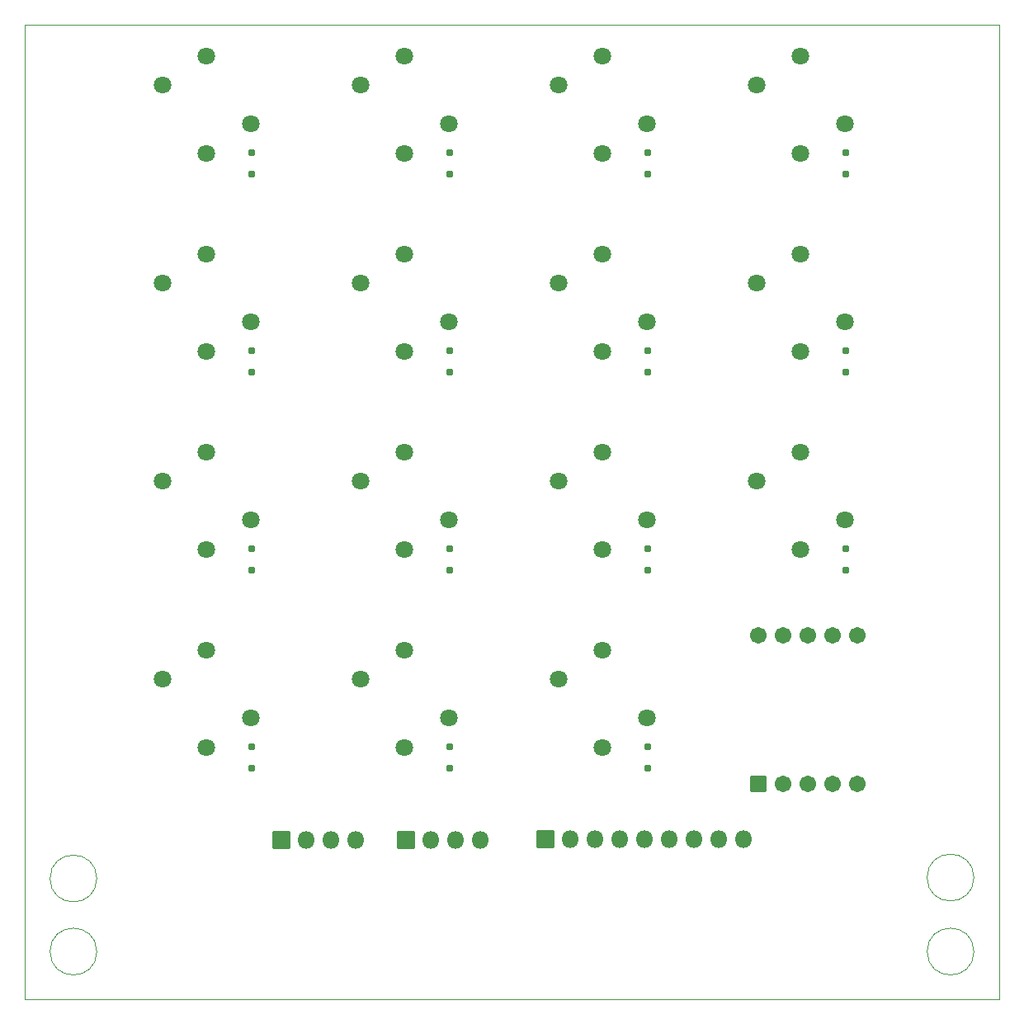
<source format=gbs>
G04 #@! TF.GenerationSoftware,KiCad,Pcbnew,(6.0.0)*
G04 #@! TF.CreationDate,2022-03-01T21:04:48+01:00*
G04 #@! TF.ProjectId,Keyboard_v2,4b657962-6f61-4726-945f-76322e6b6963,rev?*
G04 #@! TF.SameCoordinates,Original*
G04 #@! TF.FileFunction,Soldermask,Bot*
G04 #@! TF.FilePolarity,Negative*
%FSLAX46Y46*%
G04 Gerber Fmt 4.6, Leading zero omitted, Abs format (unit mm)*
G04 Created by KiCad (PCBNEW (6.0.0)) date 2022-03-01 21:04:48*
%MOMM*%
%LPD*%
G01*
G04 APERTURE LIST*
G04 Aperture macros list*
%AMRoundRect*
0 Rectangle with rounded corners*
0 $1 Rounding radius*
0 $2 $3 $4 $5 $6 $7 $8 $9 X,Y pos of 4 corners*
0 Add a 4 corners polygon primitive as box body*
4,1,4,$2,$3,$4,$5,$6,$7,$8,$9,$2,$3,0*
0 Add four circle primitives for the rounded corners*
1,1,$1+$1,$2,$3*
1,1,$1+$1,$4,$5*
1,1,$1+$1,$6,$7*
1,1,$1+$1,$8,$9*
0 Add four rect primitives between the rounded corners*
20,1,$1+$1,$2,$3,$4,$5,0*
20,1,$1+$1,$4,$5,$6,$7,0*
20,1,$1+$1,$6,$7,$8,$9,0*
20,1,$1+$1,$8,$9,$2,$3,0*%
G04 Aperture macros list end*
G04 #@! TA.AperFunction,Profile*
%ADD10C,0.050000*%
G04 #@! TD*
%ADD11C,1.802000*%
%ADD12RoundRect,0.051000X-0.800000X-0.800000X0.800000X-0.800000X0.800000X0.800000X-0.800000X0.800000X0*%
%ADD13C,1.702000*%
%ADD14RoundRect,0.051000X0.250000X-0.250000X0.250000X0.250000X-0.250000X0.250000X-0.250000X-0.250000X0*%
%ADD15RoundRect,0.051000X-0.850000X0.850000X-0.850000X-0.850000X0.850000X-0.850000X0.850000X0.850000X0*%
%ADD16O,1.802000X1.802000*%
G04 APERTURE END LIST*
D10*
X184745000Y-143405000D02*
X84745000Y-143405000D01*
X92150000Y-138500000D02*
G75*
G03*
X92150000Y-138500000I-2400000J0D01*
G01*
X182150000Y-138500000D02*
G75*
G03*
X182150000Y-138500000I-2400000J0D01*
G01*
X182145000Y-130905000D02*
G75*
G03*
X182145000Y-130905000I-2400000J0D01*
G01*
X84745000Y-43405000D02*
X184745000Y-43405000D01*
X84745000Y-143405000D02*
X84745000Y-43405000D01*
X184745000Y-43405000D02*
X184745000Y-143405000D01*
X92150000Y-131000000D02*
G75*
G03*
X92150000Y-131000000I-2400000J0D01*
G01*
X184745000Y-143405000D02*
X84745000Y-143405000D01*
X92150000Y-138500000D02*
G75*
G03*
X92150000Y-138500000I-2400000J0D01*
G01*
X182150000Y-138500000D02*
G75*
G03*
X182150000Y-138500000I-2400000J0D01*
G01*
X182145000Y-130905000D02*
G75*
G03*
X182145000Y-130905000I-2400000J0D01*
G01*
X84745000Y-43405000D02*
X184745000Y-43405000D01*
X84745000Y-143405000D02*
X84745000Y-43405000D01*
X184745000Y-43405000D02*
X184745000Y-143405000D01*
X92150000Y-131000000D02*
G75*
G03*
X92150000Y-131000000I-2400000J0D01*
G01*
D11*
X103418000Y-66922000D03*
X103418000Y-76922000D03*
X98918000Y-69922000D03*
X107918000Y-73922000D03*
X123738000Y-66922000D03*
X123738000Y-76922000D03*
X119238000Y-69922000D03*
X128238000Y-73922000D03*
X144058000Y-76922000D03*
X144058000Y-66922000D03*
X139558000Y-69922000D03*
X148558000Y-73922000D03*
X164378000Y-66922000D03*
X164378000Y-76922000D03*
X159878000Y-69922000D03*
X168878000Y-73922000D03*
X144058000Y-56602000D03*
X144058000Y-46602000D03*
X139558000Y-49602000D03*
X148558000Y-53602000D03*
X164378000Y-46602000D03*
X164378000Y-56602000D03*
X159878000Y-49602000D03*
X168878000Y-53602000D03*
X103418000Y-107562000D03*
X103418000Y-117562000D03*
X98918000Y-110562000D03*
X107918000Y-114562000D03*
X123738000Y-56602000D03*
X123738000Y-46602000D03*
X119238000Y-49602000D03*
X128238000Y-53602000D03*
X164378000Y-97242000D03*
X164378000Y-87242000D03*
X159878000Y-90242000D03*
X168878000Y-94242000D03*
X144058000Y-107562000D03*
X144058000Y-117562000D03*
X139558000Y-110562000D03*
X148558000Y-114562000D03*
D12*
X160020000Y-121285000D03*
D13*
X162560000Y-121285000D03*
X165100000Y-121285000D03*
X167640000Y-121285000D03*
X170180000Y-121285000D03*
X170180000Y-106045000D03*
X167640000Y-106045000D03*
X165100000Y-106045000D03*
X162560000Y-106045000D03*
X160020000Y-106045000D03*
D11*
X144058000Y-87242000D03*
X144058000Y-97242000D03*
X139558000Y-90242000D03*
X148558000Y-94242000D03*
X123738000Y-97242000D03*
X123738000Y-87242000D03*
X119238000Y-90242000D03*
X128238000Y-94242000D03*
X103418000Y-46602000D03*
X103418000Y-56602000D03*
X98918000Y-49602000D03*
X107918000Y-53602000D03*
X103418000Y-97242000D03*
X103418000Y-87242000D03*
X98918000Y-90242000D03*
X107918000Y-94242000D03*
X123738000Y-117562000D03*
X123738000Y-107562000D03*
X119238000Y-110562000D03*
X128238000Y-114562000D03*
D14*
X108000000Y-58735000D03*
X108000000Y-56535000D03*
X108000000Y-119695000D03*
X108000000Y-117495000D03*
X128320000Y-79055000D03*
X128320000Y-76855000D03*
X128320000Y-99375000D03*
X128320000Y-97175000D03*
X168960000Y-58735000D03*
X168960000Y-56535000D03*
X128320000Y-58735000D03*
X128320000Y-56535000D03*
X148640000Y-58735000D03*
X148640000Y-56535000D03*
X108000000Y-79055000D03*
X108000000Y-76855000D03*
X148640000Y-79055000D03*
X148640000Y-76855000D03*
X148640000Y-119695000D03*
X148640000Y-117495000D03*
X108000000Y-99375000D03*
X108000000Y-97175000D03*
D15*
X123835000Y-127070000D03*
D16*
X126375000Y-127070000D03*
X128915000Y-127070000D03*
X131455000Y-127070000D03*
D14*
X128320000Y-119695000D03*
X128320000Y-117495000D03*
X168960000Y-79055000D03*
X168960000Y-76855000D03*
D15*
X111125000Y-127070000D03*
D16*
X113665000Y-127070000D03*
X116205000Y-127070000D03*
X118745000Y-127070000D03*
D15*
X138176000Y-127000000D03*
D16*
X140716000Y-127000000D03*
X143256000Y-127000000D03*
X145796000Y-127000000D03*
X148336000Y-127000000D03*
X150876000Y-127000000D03*
X153416000Y-127000000D03*
X155956000Y-127000000D03*
X158496000Y-127000000D03*
D14*
X148640000Y-99375000D03*
X148640000Y-97175000D03*
X168960000Y-99375000D03*
X168960000Y-97175000D03*
M02*

</source>
